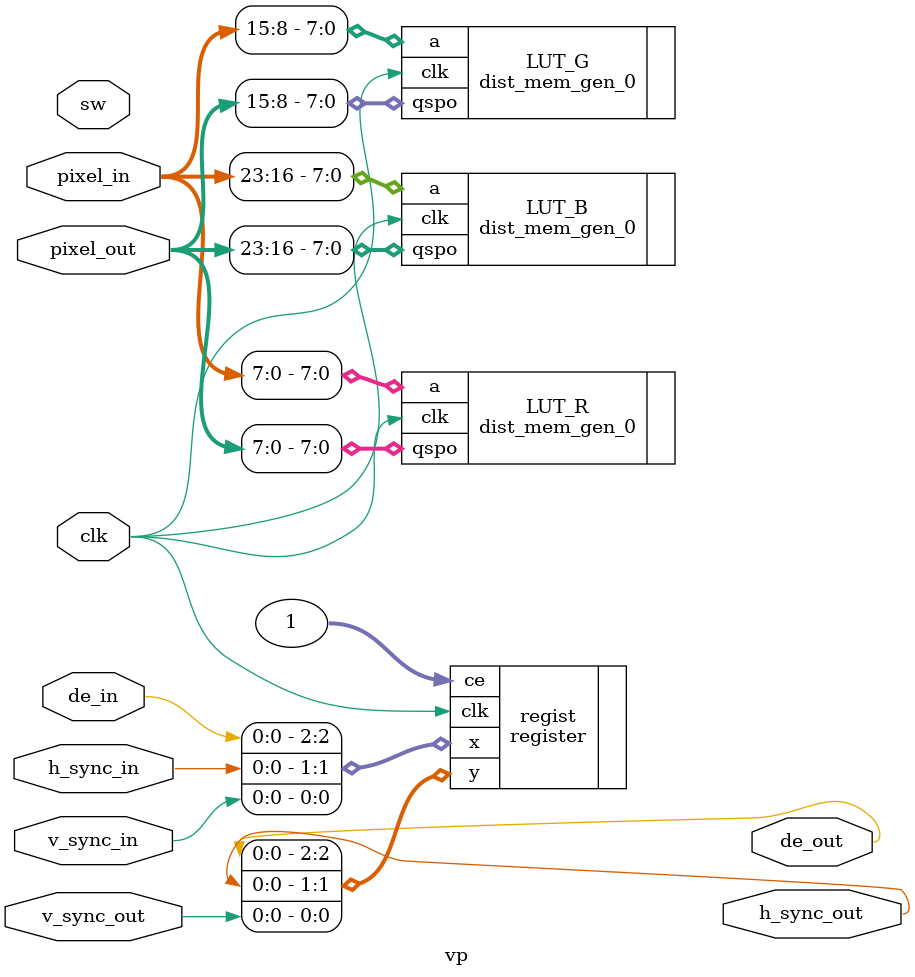
<source format=v>
`timescale 1ns / 1ps


module vp(
    input clk,
    input de_in,
    input h_sync_in,
    input v_sync_in,
    input [23:0]pixel_in,
    
    input [2:0]sw,
    
    output de_out,
    output h_sync_out,
    input v_sync_out,
    input [23:0]pixel_out
    );
    
    wire [23:0] rgb_mid;
    
    dist_mem_gen_0 LUT_R
    (
        .clk(clk),
        .a(pixel_in[0:7]),
        .qspo(pixel_out[0:7])
    );
    
    dist_mem_gen_0 LUT_G
    (
        .clk(clk),
        .a(pixel_in[8:15]),
        .qspo(pixel_out[8:15])
    );
    
    dist_mem_gen_0 LUT_B
    (
        .clk(clk),
        .a(pixel_in[16:23]),
        .qspo(pixel_out[16:23])
    );
    
    register #
    (
        .N(3)
    )
    regist
    (
        .clk(clk),
        .x({de_in, h_sync_in, v_sync_in}),
        .ce(1),
        .y({de_out, h_sync_out, v_sync_out})
    );
endmodule

</source>
